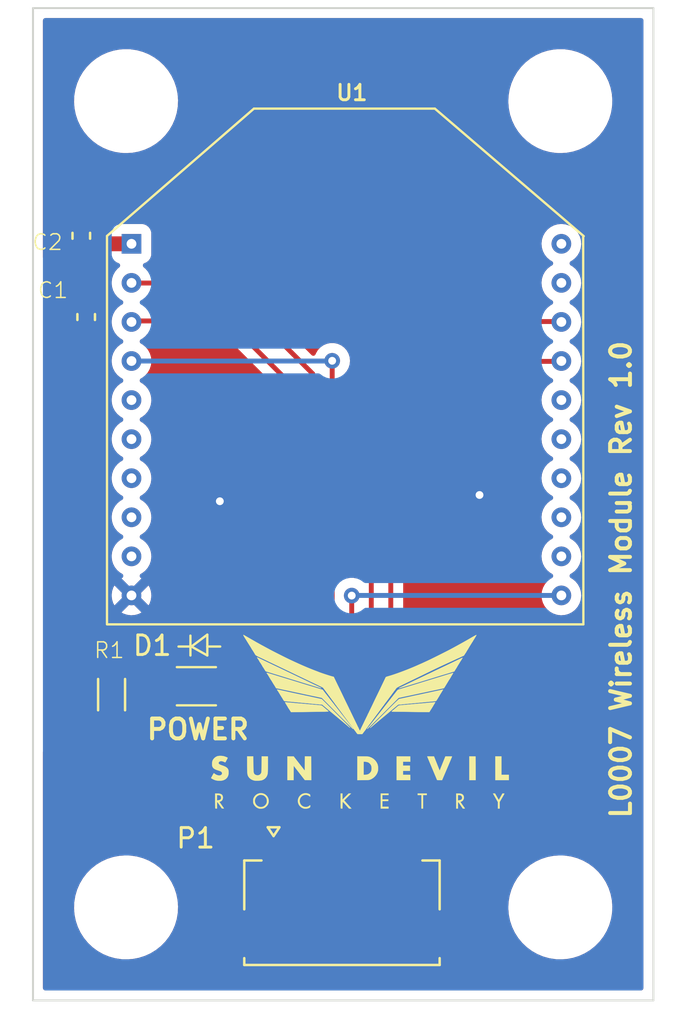
<source format=kicad_pcb>
(kicad_pcb (version 20211014) (generator pcbnew)
  (layers (0 "F.Cu" signal) (31 "B.Cu" signal) (34 "B.Paste" user) (35 "F.Paste" user) (36 "B.SilkS" user "B.Silkscreen") (37 "F.SilkS" user "F.Silkscreen") (38 "B.Mask" user) (39 "F.Mask" user) (44 "Edge.Cuts" user))
  (net 0 "")
  (net 1 "3.3V")
  (net 2 "Earth")
  (net 3 "Net-(D1-Pad1)")
  (net 4 "XBEE_TX")
  (net 5 "XBEE_RX")
  (net 6 "XBEE_MISO")
  (net 7 "XBEE_MOSI")
  (net 8 "XBEE_SCK")
  (net 9 "XBEE_SS")
  (footprint "Wireless-Module:MountingHole_4.3mm_M4_DIN965" (layer "F.Cu") (at 188.7855 74.8665)
    (fp_text reference "H3" hide)
    (fp_text value "Mounting-Hole")
    (pad "" np_thru_hole circle (at 0 0) (size 4.3 4.3) (drill 4.3) (layers *.Cu *.Mask))
  )
  (footprint "Wireless-Module:CAP_0603" (layer "F.Cu") (at 164.27 81.76 90)
    (fp_text reference "C2" (at -0.33 -1.73) (layer "F.SilkS") (effects (font (size 0.8 0.8) (thickness 0.0762))))
    (fp_text value "8.2pF")
    (pad "1" smd rect (at -0.85 0 90) (size 1.1 1) (layers "F.Cu" "F.Paste" "F.Mask") (net 1 "3.3V"))
    (pad "2" smd rect (at 0.85 0 90) (size 1.1 1) (layers "F.Cu" "F.Paste" "F.Mask") (net 2 "Earth"))
  )
  (footprint "Wireless-Module:CAP_0603" (layer "F.Cu") (at 164.52 85.92 -90)
    (fp_text reference "C1" (at -1.37 1.7 180) (layer "F.SilkS") (effects (font (size 0.8 0.8) (thickness 0.0762))))
    (fp_text value "1uF")
    (pad "1" smd rect (at -0.85 0 270) (size 1.1 1) (layers "F.Cu" "F.Paste" "F.Mask") (net 1 "3.3V"))
    (pad "2" smd rect (at 0.85 0 270) (size 1.1 1) (layers "F.Cu" "F.Paste" "F.Mask") (net 2 "Earth"))
  )
  (footprint "Wireless-Module:MountingHole_4.3mm_M4_DIN965" (layer "F.Cu") (at 166.5605 74.8665)
    (fp_text reference "H1" hide)
    (fp_text value "Mounting-Hole")
    (pad "" np_thru_hole circle (at 0 0) (size 4.3 4.3) (drill 4.3) (layers *.Cu *.Mask))
  )
  (footprint "Wireless-Module:5015680807" (layer "F.Cu") (at 177.61 116.14)
    (fp_text reference "P1" (at -7.49 -3.54) (layer "F.SilkS"))
    (fp_text value "5015680807")
    (pad "1" smd rect (at -3.5 -2.55) (size 0.6 1.5) (layers "F.Cu" "F.Paste") (net 1 "3.3V"))
    (pad "2" smd rect (at -2.5 -2.55) (size 0.6 1.5) (layers "F.Cu" "F.Paste") (net 5 "XBEE_RX"))
    (pad "3" smd rect (at -1.5 -2.55) (size 0.6 1.5) (layers "F.Cu" "F.Paste") (net 4 "XBEE_TX"))
    (pad "4" smd rect (at -0.5 -2.55) (size 0.6 1.5) (layers "F.Cu" "F.Paste") (net 6 "XBEE_MISO"))
    (pad "5" smd rect (at 0.5 -2.55) (size 0.6 1.5) (layers "F.Cu" "F.Paste") (net 7 "XBEE_MOSI"))
    (pad "6" smd rect (at 1.5 -2.55) (size 0.6 1.5) (layers "F.Cu" "F.Paste") (net 8 "XBEE_SCK"))
    (pad "7" smd rect (at 2.5 -2.55) (size 0.6 1.5) (layers "F.Cu" "F.Paste") (net 9 "XBEE_SS"))
    (pad "8" smd rect (at 3.5 -2.55) (size 0.6 1.5) (layers "F.Cu" "F.Paste") (net 2 "Earth"))
    (pad "S1" smd rect (at 4.8 1.35) (size 1.2 1.8) (layers "F.Cu" "F.Paste"))
    (pad "S2" smd rect (at -4.8 1.35) (size 1.2 1.8) (layers "F.Cu" "F.Paste"))
    (zone (net 0) (net_name "") (layer "F.Cu") (connect_pads (clearance 0)) (min_thickness 0.01)
      (keepout (tracks not_allowed) (vias not_allowed) (pads not_allowed) (copperpour not_allowed) (footprints allowed))
      (fill (thermal_gap 0.508) (thermal_bridge_width 0.508))
      (polygon (pts (xy 181.96 116.585) (xy 181.96 113.74) (xy 181.415 113.74) (xy 181.415 114.345) (xy 180.805 114.345) (xy 180.805 113.74) (xy 180.415 113.74) (xy 180.415 114.345) (xy 179.805 114.345) (xy 179.805 113.74) (xy 179.415 113.74) (xy 179.415 114.345) (xy 178.805 114.345) (xy 178.805 113.74) (xy 178.415 113.74) (xy 178.415 114.345) (xy 177.805 114.345) (xy 177.805 113.74) (xy 177.415 113.74) (xy 177.415 114.345) (xy 176.805 114.345) (xy 176.805 113.74) (xy 176.415 113.74) (xy 176.415 114.345) (xy 175.805 114.345) (xy 175.805 113.74) (xy 175.415 113.74) (xy 175.415 114.345) (xy 174.805 114.345) (xy 174.805 113.74) (xy 174.415 113.74) (xy 174.415 114.345) (xy 173.805 114.345) (xy 173.805 113.74) (xy 173.26 113.74) (xy 173.26 116.585) (xy 173.415 116.585) (xy 173.415 118.395) (xy 173.26 118.395) (xy 173.26 119.39) (xy 181.96 119.39) (xy 181.96 118.395) (xy 181.805 118.395) (xy 181.805 116.585)))
    )
  )
  (footprint "Wireless-Module:XBee" (layer "F.Cu") (at 165.585 108.1805)
    (fp_text reference "U1" (at 12.53 -33.74) (layer "F.SilkS") (effects (font (size 0.787402 0.787402))))
    (fp_text value "XB24CDMPIT-001")
    (pad "1" thru_hole rect (at 1.254 -26.009) (size 1.008 1.008) (drill 0.5) (layers *.Cu *.Mask) (net 1 "3.3V"))
    (pad "2" thru_hole circle (at 1.254 -24.009) (size 1.008 1.008) (drill 0.5) (layers *.Cu *.Mask) (net 4 "XBEE_TX"))
    (pad "3" thru_hole circle (at 1.254 -22.009) (size 1.008 1.008) (drill 0.5) (layers *.Cu *.Mask) (net 5 "XBEE_RX"))
    (pad "4" thru_hole circle (at 1.254 -20.009) (size 1.008 1.008) (drill 0.5) (layers *.Cu *.Mask) (net 6 "XBEE_MISO"))
    (pad "5" thru_hole circle (at 1.254 -18.009) (size 1.008 1.008) (drill 0.5) (layers *.Cu *.Mask))
    (pad "6" thru_hole circle (at 1.254 -16.009) (size 1.008 1.008) (drill 0.5) (layers *.Cu *.Mask))
    (pad "7" thru_hole circle (at 1.254 -14.009) (size 1.008 1.008) (drill 0.5) (layers *.Cu *.Mask))
    (pad "8" thru_hole circle (at 1.254 -12.009) (size 1.008 1.008) (drill 0.5) (layers *.Cu *.Mask))
    (pad "9" thru_hole circle (at 1.254 -10.009) (size 1.008 1.008) (drill 0.5) (layers *.Cu *.Mask))
    (pad "10" thru_hole circle (at 1.254 -8.009) (size 1.008 1.008) (drill 0.5) (layers *.Cu *.Mask) (net 2 "Earth"))
    (pad "11" thru_hole circle (at 23.254 -8.009) (size 1.008 1.008) (drill 0.5) (layers *.Cu *.Mask) (net 7 "XBEE_MOSI"))
    (pad "12" thru_hole circle (at 23.254 -10.009) (size 1.008 1.008) (drill 0.5) (layers *.Cu *.Mask))
    (pad "13" thru_hole circle (at 23.254 -12.009) (size 1.008 1.008) (drill 0.5) (layers *.Cu *.Mask))
    (pad "14" thru_hole circle (at 23.254 -14.009) (size 1.008 1.008) (drill 0.5) (layers *.Cu *.Mask))
    (pad "15" thru_hole circle (at 23.254 -16.009) (size 1.008 1.008) (drill 0.5) (layers *.Cu *.Mask))
    (pad "16" thru_hole circle (at 23.254 -18.009) (size 1.008 1.008) (drill 0.5) (layers *.Cu *.Mask))
    (pad "17" thru_hole circle (at 23.254 -20.009) (size 1.008 1.008) (drill 0.5) (layers *.Cu *.Mask) (net 9 "XBEE_SS"))
    (pad "18" thru_hole circle (at 23.254 -22.009) (size 1.008 1.008) (drill 0.5) (layers *.Cu *.Mask) (net 8 "XBEE_SCK"))
    (pad "19" thru_hole circle (at 23.254 -24.009) (size 1.008 1.008) (drill 0.5) (layers *.Cu *.Mask))
    (pad "20" thru_hole circle (at 23.254 -26.009) (size 1.008 1.008) (drill 0.5) (layers *.Cu *.Mask))
  )
  (footprint "Wireless-Module:MountingHole_4.3mm_M4_DIN965" (layer "F.Cu") (at 166.5605 116.1415)
    (fp_text reference "H4" hide)
    (fp_text value "Mounting-Hole")
    (pad "" np_thru_hole circle (at 0 0) (size 4.3 4.3) (drill 4.3) (layers *.Cu *.Mask))
  )
  (footprint "Wireless-Module:MountingHole_4.3mm_M4_DIN965" (layer "F.Cu") (at 188.7855 116.1415)
    (fp_text reference "H2" hide)
    (fp_text value "Mounting-Hole")
    (pad "" np_thru_hole circle (at 0 0) (size 4.3 4.3) (drill 4.3) (layers *.Cu *.Mask))
  )
  (footprint "Wireless-Module:SML-LX1206GC-TR" (layer "F.Cu") (at 170.16 104.82)
    (fp_text reference "D1" (at -2.26 -2.08) (layer "F.SilkS"))
    (fp_text value "SML-LX1206GC-TR" hide)
    (pad "1" smd rect (at -1.524 0) (size 0.9652 1.2954) (layers "F.Cu" "F.Paste" "F.Mask") (net 3 "Net-(D1-Pad1)"))
    (pad "2" smd rect (at 1.524 0) (size 0.9652 1.2954) (layers "F.Cu" "F.Paste" "F.Mask") (net 1 "3.3V"))
  )
  (footprint "Wireless-Module:RES_0603" (layer "F.Cu") (at 165.82 105.25 90)
    (fp_text reference "R1" (at 2.27 -0.12 180) (layer "F.SilkS") (effects (font (size 0.8 0.8) (thickness 0.0762))))
    (fp_text value "240")
    (pad "1" smd rect (at -0.79 0 90) (size 0.94 1.02) (layers "F.Cu" "F.Paste" "F.Mask") (net 2 "Earth"))
    (pad "2" smd rect (at 0.79 0 90) (size 0.94 1.02) (layers "F.Cu" "F.Paste" "F.Mask") (net 3 "Net-(D1-Pad1)"))
  )
  (footprint "Wireless-Module:Logo" (layer "F.Cu") (at 178.518357 106.377004)
    (fp_text reference "LOGO1" hide)
    (fp_text value "Logo" hide)
  )
  (gr_line (start 193.548 70.104) (end 193.548 120.904) (layer "Edge.Cuts") (width 0.1))
  (gr_line (start 193.548 120.904) (end 161.798 120.904) (layer "Edge.Cuts") (width 0.1))
  (gr_line (start 161.798 70.104) (end 193.548 70.104) (layer "Edge.Cuts") (width 0.1))
  (gr_line (start 161.798 120.904) (end 161.798 70.104) (layer "Edge.Cuts") (width 0.1))
  (gr_text "POWER\n" (at 170.24 107.03) (layer "F.SilkS") (effects (font (size 1.016 1.016) (thickness 0.2032))))
  (gr_text "L0007 Wireless Module Rev 1.0\n" (at 191.89 99.36 90) (layer "F.SilkS") (effects (font (size 1.016 1.016) (thickness 0.2032))))
  (segment (start 164.27 83.79) (end 162.84 83.79) (width 0.762) (layer "F.Cu") (net 1))
  (segment (start 171.684 104.82) (end 171.684 109.794) (width 0.762) (layer "F.Cu") (net 1))
  (segment (start 171.73 109.84) (end 172.73 109.84) (width 0.762) (layer "F.Cu") (net 1))
  (segment (start 162.79 107.11) (end 165.52 109.84) (width 0.762) (layer "F.Cu") (net 1))
  (segment (start 165.52 109.84) (end 171.73 109.84) (width 0.762) (layer "F.Cu") (net 1))
  (segment (start 171.684 109.794) (end 171.73 109.84) (width 0.762) (layer "F.Cu") (net 1))
  (segment (start 164.7585 82.1715) (end 164.62 82.31) (width 0.762) (layer "F.Cu") (net 1))
  (segment (start 164.27 84.88) (end 164.3 84.91) (width 0.762) (layer "F.Cu") (net 1))
  (segment (start 162.79 83.84) (end 162.79 107.11) (width 0.762) (layer "F.Cu") (net 1))
  (segment (start 164.27 83.79) (end 164.27 84.88) (width 0.762) (layer "F.Cu") (net 1))
  (segment (start 162.84 83.79) (end 162.79 83.84) (width 0.762) (layer "F.Cu") (net 1))
  (segment (start 164.27 82.61) (end 164.27 83.79) (width 0.762) (layer "F.Cu") (net 1))
  (segment (start 166.839 82.1715) (end 164.7585 82.1715) (width 0.762) (layer "F.Cu") (net 1))
  (segment (start 172.73 109.84) (end 174.11 111.22) (width 0.762) (layer "F.Cu") (net 1))
  (segment (start 174.11 111.22) (end 174.11 112.87) (width 0.762) (layer "F.Cu") (net 1))
  (via (at 171.36 95.35) (size 0.8) (drill 0.4) (layers "F.Cu" "B.Cu") (net 2))
  (via (at 184.65 95.03) (size 0.8) (drill 0.4) (layers "F.Cu" "B.Cu") (net 2))
  (segment (start 166.28 104.82) (end 165.98 104.52) (width 0.381) (layer "F.Cu") (net 3))
  (segment (start 168.636 104.82) (end 166.28 104.82) (width 0.381) (layer "F.Cu") (net 3))
  (segment (start 171.47 84.18) (end 167.08 84.18) (width 0.25) (layer "F.Cu") (net 4))
  (segment (start 176.11 88.82) (end 171.47 84.18) (width 0.25) (layer "F.Cu") (net 4))
  (segment (start 176.11 113.59) (end 176.11 88.82) (width 0.25) (layer "F.Cu") (net 4))
  (segment (start 175.11 89.47) (end 171.76 86.12) (width 0.25) (layer "F.Cu") (net 5))
  (segment (start 171.76 86.12) (end 166.8 86.12) (width 0.25) (layer "F.Cu") (net 5))
  (segment (start 175.11 113.59) (end 175.11 89.47) (width 0.25) (layer "F.Cu") (net 5))
  (segment (start 177.11 113.59) (end 177.11 88.16) (width 0.25) (layer "F.Cu") (net 6))
  (via (at 177.11 88.16) (size 0.8) (drill 0.4) (layers "F.Cu" "B.Cu") (net 6))
  (segment (start 177.0985 88.1715) (end 177.11 88.16) (width 0.25) (layer "B.Cu") (net 6))
  (segment (start 166.839 88.1715) (end 177.0985 88.1715) (width 0.25) (layer "B.Cu") (net 6))
  (segment (start 178.11 113.59) (end 178.11 100.18) (width 0.25) (layer "F.Cu") (net 7))
  (via (at 178.11 100.18) (size 0.8) (drill 0.4) (layers "F.Cu" "B.Cu") (net 7))
  (segment (start 178.1185 100.1715) (end 178.11 100.18) (width 0.25) (layer "B.Cu") (net 7))
  (segment (start 188.839 100.1715) (end 178.1185 100.1715) (width 0.25) (layer "B.Cu") (net 7))
  (segment (start 179.11 89.99) (end 182.95 86.15) (width 0.25) (layer "F.Cu") (net 8))
  (segment (start 182.95 86.15) (end 188.92 86.15) (width 0.25) (layer "F.Cu") (net 8))
  (segment (start 179.11 113.59) (end 179.11 89.99) (width 0.25) (layer "F.Cu") (net 8))
  (segment (start 180.11 113.59) (end 180.11 91.46) (width 0.25) (layer "F.Cu") (net 9))
  (segment (start 183.38 88.19) (end 188.84 88.19) (width 0.25) (layer "F.Cu") (net 9))
  (segment (start 180.11 91.46) (end 183.38 88.19) (width 0.25) (layer "F.Cu") (net 9))
  (zone (net 2) (net_name "Earth") (layers F&B.Cu) (connect_pads (clearance 0.508)) (min_thickness 0.254) (fill yes (thermal_gap 0.508) (thermal_bridge_width 0.508))
    (polygon (pts (xy 193.79 121.52) (xy 161.32 120.98) (xy 161.77 69.69) (xy 193.79 69.69)))
  )
)
</source>
